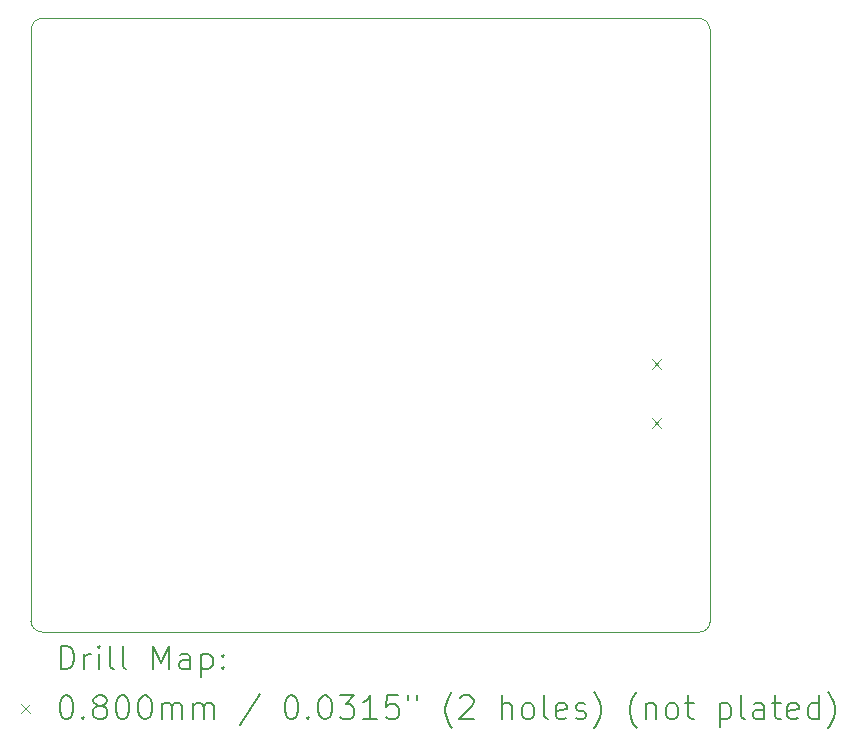
<source format=gbr>
%TF.GenerationSoftware,KiCad,Pcbnew,(6.0.8)*%
%TF.CreationDate,2022-10-27T20:00:06-05:00*%
%TF.ProjectId,STM32RFBoardPhil,53544d33-3252-4464-926f-617264506869,rev?*%
%TF.SameCoordinates,Original*%
%TF.FileFunction,Drillmap*%
%TF.FilePolarity,Positive*%
%FSLAX45Y45*%
G04 Gerber Fmt 4.5, Leading zero omitted, Abs format (unit mm)*
G04 Created by KiCad (PCBNEW (6.0.8)) date 2022-10-27 20:00:06*
%MOMM*%
%LPD*%
G01*
G04 APERTURE LIST*
%ADD10C,0.100000*%
%ADD11C,0.200000*%
%ADD12C,0.080000*%
G04 APERTURE END LIST*
D10*
X18370000Y-13650000D02*
X18366360Y-8633640D01*
X12709616Y-13735593D02*
X18280000Y-13740000D01*
X12713640Y-8543640D02*
G75*
G03*
X12623640Y-8633640I0J-90000D01*
G01*
X12623640Y-8633640D02*
X12619616Y-13645593D01*
X18366360Y-8633640D02*
G75*
G03*
X18276360Y-8543640I-90000J0D01*
G01*
X18280000Y-13740000D02*
G75*
G03*
X18370000Y-13650000I0J90000D01*
G01*
X12619617Y-13645593D02*
G75*
G03*
X12709616Y-13735593I90003J3D01*
G01*
X18276360Y-8543640D02*
X12713640Y-8543640D01*
D11*
D12*
X17874500Y-11430500D02*
X17954500Y-11510500D01*
X17954500Y-11430500D02*
X17874500Y-11510500D01*
X17874500Y-11930500D02*
X17954500Y-12010500D01*
X17954500Y-11930500D02*
X17874500Y-12010500D01*
D11*
X12872235Y-14055476D02*
X12872235Y-13855476D01*
X12919854Y-13855476D01*
X12948426Y-13865000D01*
X12967474Y-13884048D01*
X12976997Y-13903095D01*
X12986521Y-13941190D01*
X12986521Y-13969762D01*
X12976997Y-14007857D01*
X12967474Y-14026905D01*
X12948426Y-14045952D01*
X12919854Y-14055476D01*
X12872235Y-14055476D01*
X13072235Y-14055476D02*
X13072235Y-13922143D01*
X13072235Y-13960238D02*
X13081759Y-13941190D01*
X13091283Y-13931667D01*
X13110331Y-13922143D01*
X13129378Y-13922143D01*
X13196045Y-14055476D02*
X13196045Y-13922143D01*
X13196045Y-13855476D02*
X13186521Y-13865000D01*
X13196045Y-13874524D01*
X13205569Y-13865000D01*
X13196045Y-13855476D01*
X13196045Y-13874524D01*
X13319854Y-14055476D02*
X13300807Y-14045952D01*
X13291283Y-14026905D01*
X13291283Y-13855476D01*
X13424616Y-14055476D02*
X13405569Y-14045952D01*
X13396045Y-14026905D01*
X13396045Y-13855476D01*
X13653188Y-14055476D02*
X13653188Y-13855476D01*
X13719854Y-13998333D01*
X13786521Y-13855476D01*
X13786521Y-14055476D01*
X13967474Y-14055476D02*
X13967474Y-13950714D01*
X13957950Y-13931667D01*
X13938902Y-13922143D01*
X13900807Y-13922143D01*
X13881759Y-13931667D01*
X13967474Y-14045952D02*
X13948426Y-14055476D01*
X13900807Y-14055476D01*
X13881759Y-14045952D01*
X13872235Y-14026905D01*
X13872235Y-14007857D01*
X13881759Y-13988809D01*
X13900807Y-13979286D01*
X13948426Y-13979286D01*
X13967474Y-13969762D01*
X14062712Y-13922143D02*
X14062712Y-14122143D01*
X14062712Y-13931667D02*
X14081759Y-13922143D01*
X14119854Y-13922143D01*
X14138902Y-13931667D01*
X14148426Y-13941190D01*
X14157950Y-13960238D01*
X14157950Y-14017381D01*
X14148426Y-14036428D01*
X14138902Y-14045952D01*
X14119854Y-14055476D01*
X14081759Y-14055476D01*
X14062712Y-14045952D01*
X14243664Y-14036428D02*
X14253188Y-14045952D01*
X14243664Y-14055476D01*
X14234140Y-14045952D01*
X14243664Y-14036428D01*
X14243664Y-14055476D01*
X14243664Y-13931667D02*
X14253188Y-13941190D01*
X14243664Y-13950714D01*
X14234140Y-13941190D01*
X14243664Y-13931667D01*
X14243664Y-13950714D01*
D12*
X12534616Y-14345000D02*
X12614616Y-14425000D01*
X12614616Y-14345000D02*
X12534616Y-14425000D01*
D11*
X12910331Y-14275476D02*
X12929378Y-14275476D01*
X12948426Y-14285000D01*
X12957950Y-14294524D01*
X12967474Y-14313571D01*
X12976997Y-14351667D01*
X12976997Y-14399286D01*
X12967474Y-14437381D01*
X12957950Y-14456428D01*
X12948426Y-14465952D01*
X12929378Y-14475476D01*
X12910331Y-14475476D01*
X12891283Y-14465952D01*
X12881759Y-14456428D01*
X12872235Y-14437381D01*
X12862712Y-14399286D01*
X12862712Y-14351667D01*
X12872235Y-14313571D01*
X12881759Y-14294524D01*
X12891283Y-14285000D01*
X12910331Y-14275476D01*
X13062712Y-14456428D02*
X13072235Y-14465952D01*
X13062712Y-14475476D01*
X13053188Y-14465952D01*
X13062712Y-14456428D01*
X13062712Y-14475476D01*
X13186521Y-14361190D02*
X13167474Y-14351667D01*
X13157950Y-14342143D01*
X13148426Y-14323095D01*
X13148426Y-14313571D01*
X13157950Y-14294524D01*
X13167474Y-14285000D01*
X13186521Y-14275476D01*
X13224616Y-14275476D01*
X13243664Y-14285000D01*
X13253188Y-14294524D01*
X13262712Y-14313571D01*
X13262712Y-14323095D01*
X13253188Y-14342143D01*
X13243664Y-14351667D01*
X13224616Y-14361190D01*
X13186521Y-14361190D01*
X13167474Y-14370714D01*
X13157950Y-14380238D01*
X13148426Y-14399286D01*
X13148426Y-14437381D01*
X13157950Y-14456428D01*
X13167474Y-14465952D01*
X13186521Y-14475476D01*
X13224616Y-14475476D01*
X13243664Y-14465952D01*
X13253188Y-14456428D01*
X13262712Y-14437381D01*
X13262712Y-14399286D01*
X13253188Y-14380238D01*
X13243664Y-14370714D01*
X13224616Y-14361190D01*
X13386521Y-14275476D02*
X13405569Y-14275476D01*
X13424616Y-14285000D01*
X13434140Y-14294524D01*
X13443664Y-14313571D01*
X13453188Y-14351667D01*
X13453188Y-14399286D01*
X13443664Y-14437381D01*
X13434140Y-14456428D01*
X13424616Y-14465952D01*
X13405569Y-14475476D01*
X13386521Y-14475476D01*
X13367474Y-14465952D01*
X13357950Y-14456428D01*
X13348426Y-14437381D01*
X13338902Y-14399286D01*
X13338902Y-14351667D01*
X13348426Y-14313571D01*
X13357950Y-14294524D01*
X13367474Y-14285000D01*
X13386521Y-14275476D01*
X13576997Y-14275476D02*
X13596045Y-14275476D01*
X13615093Y-14285000D01*
X13624616Y-14294524D01*
X13634140Y-14313571D01*
X13643664Y-14351667D01*
X13643664Y-14399286D01*
X13634140Y-14437381D01*
X13624616Y-14456428D01*
X13615093Y-14465952D01*
X13596045Y-14475476D01*
X13576997Y-14475476D01*
X13557950Y-14465952D01*
X13548426Y-14456428D01*
X13538902Y-14437381D01*
X13529378Y-14399286D01*
X13529378Y-14351667D01*
X13538902Y-14313571D01*
X13548426Y-14294524D01*
X13557950Y-14285000D01*
X13576997Y-14275476D01*
X13729378Y-14475476D02*
X13729378Y-14342143D01*
X13729378Y-14361190D02*
X13738902Y-14351667D01*
X13757950Y-14342143D01*
X13786521Y-14342143D01*
X13805569Y-14351667D01*
X13815093Y-14370714D01*
X13815093Y-14475476D01*
X13815093Y-14370714D02*
X13824616Y-14351667D01*
X13843664Y-14342143D01*
X13872235Y-14342143D01*
X13891283Y-14351667D01*
X13900807Y-14370714D01*
X13900807Y-14475476D01*
X13996045Y-14475476D02*
X13996045Y-14342143D01*
X13996045Y-14361190D02*
X14005569Y-14351667D01*
X14024616Y-14342143D01*
X14053188Y-14342143D01*
X14072235Y-14351667D01*
X14081759Y-14370714D01*
X14081759Y-14475476D01*
X14081759Y-14370714D02*
X14091283Y-14351667D01*
X14110331Y-14342143D01*
X14138902Y-14342143D01*
X14157950Y-14351667D01*
X14167474Y-14370714D01*
X14167474Y-14475476D01*
X14557950Y-14265952D02*
X14386521Y-14523095D01*
X14815093Y-14275476D02*
X14834140Y-14275476D01*
X14853188Y-14285000D01*
X14862712Y-14294524D01*
X14872235Y-14313571D01*
X14881759Y-14351667D01*
X14881759Y-14399286D01*
X14872235Y-14437381D01*
X14862712Y-14456428D01*
X14853188Y-14465952D01*
X14834140Y-14475476D01*
X14815093Y-14475476D01*
X14796045Y-14465952D01*
X14786521Y-14456428D01*
X14776997Y-14437381D01*
X14767474Y-14399286D01*
X14767474Y-14351667D01*
X14776997Y-14313571D01*
X14786521Y-14294524D01*
X14796045Y-14285000D01*
X14815093Y-14275476D01*
X14967474Y-14456428D02*
X14976997Y-14465952D01*
X14967474Y-14475476D01*
X14957950Y-14465952D01*
X14967474Y-14456428D01*
X14967474Y-14475476D01*
X15100807Y-14275476D02*
X15119854Y-14275476D01*
X15138902Y-14285000D01*
X15148426Y-14294524D01*
X15157950Y-14313571D01*
X15167474Y-14351667D01*
X15167474Y-14399286D01*
X15157950Y-14437381D01*
X15148426Y-14456428D01*
X15138902Y-14465952D01*
X15119854Y-14475476D01*
X15100807Y-14475476D01*
X15081759Y-14465952D01*
X15072235Y-14456428D01*
X15062712Y-14437381D01*
X15053188Y-14399286D01*
X15053188Y-14351667D01*
X15062712Y-14313571D01*
X15072235Y-14294524D01*
X15081759Y-14285000D01*
X15100807Y-14275476D01*
X15234140Y-14275476D02*
X15357950Y-14275476D01*
X15291283Y-14351667D01*
X15319854Y-14351667D01*
X15338902Y-14361190D01*
X15348426Y-14370714D01*
X15357950Y-14389762D01*
X15357950Y-14437381D01*
X15348426Y-14456428D01*
X15338902Y-14465952D01*
X15319854Y-14475476D01*
X15262712Y-14475476D01*
X15243664Y-14465952D01*
X15234140Y-14456428D01*
X15548426Y-14475476D02*
X15434140Y-14475476D01*
X15491283Y-14475476D02*
X15491283Y-14275476D01*
X15472235Y-14304048D01*
X15453188Y-14323095D01*
X15434140Y-14332619D01*
X15729378Y-14275476D02*
X15634140Y-14275476D01*
X15624616Y-14370714D01*
X15634140Y-14361190D01*
X15653188Y-14351667D01*
X15700807Y-14351667D01*
X15719854Y-14361190D01*
X15729378Y-14370714D01*
X15738902Y-14389762D01*
X15738902Y-14437381D01*
X15729378Y-14456428D01*
X15719854Y-14465952D01*
X15700807Y-14475476D01*
X15653188Y-14475476D01*
X15634140Y-14465952D01*
X15624616Y-14456428D01*
X15815093Y-14275476D02*
X15815093Y-14313571D01*
X15891283Y-14275476D02*
X15891283Y-14313571D01*
X16186521Y-14551667D02*
X16176997Y-14542143D01*
X16157950Y-14513571D01*
X16148426Y-14494524D01*
X16138902Y-14465952D01*
X16129378Y-14418333D01*
X16129378Y-14380238D01*
X16138902Y-14332619D01*
X16148426Y-14304048D01*
X16157950Y-14285000D01*
X16176997Y-14256428D01*
X16186521Y-14246905D01*
X16253188Y-14294524D02*
X16262712Y-14285000D01*
X16281759Y-14275476D01*
X16329378Y-14275476D01*
X16348426Y-14285000D01*
X16357950Y-14294524D01*
X16367474Y-14313571D01*
X16367474Y-14332619D01*
X16357950Y-14361190D01*
X16243664Y-14475476D01*
X16367474Y-14475476D01*
X16605569Y-14475476D02*
X16605569Y-14275476D01*
X16691283Y-14475476D02*
X16691283Y-14370714D01*
X16681759Y-14351667D01*
X16662712Y-14342143D01*
X16634140Y-14342143D01*
X16615093Y-14351667D01*
X16605569Y-14361190D01*
X16815093Y-14475476D02*
X16796045Y-14465952D01*
X16786521Y-14456428D01*
X16776997Y-14437381D01*
X16776997Y-14380238D01*
X16786521Y-14361190D01*
X16796045Y-14351667D01*
X16815093Y-14342143D01*
X16843664Y-14342143D01*
X16862712Y-14351667D01*
X16872236Y-14361190D01*
X16881759Y-14380238D01*
X16881759Y-14437381D01*
X16872236Y-14456428D01*
X16862712Y-14465952D01*
X16843664Y-14475476D01*
X16815093Y-14475476D01*
X16996045Y-14475476D02*
X16976997Y-14465952D01*
X16967474Y-14446905D01*
X16967474Y-14275476D01*
X17148426Y-14465952D02*
X17129378Y-14475476D01*
X17091283Y-14475476D01*
X17072236Y-14465952D01*
X17062712Y-14446905D01*
X17062712Y-14370714D01*
X17072236Y-14351667D01*
X17091283Y-14342143D01*
X17129378Y-14342143D01*
X17148426Y-14351667D01*
X17157950Y-14370714D01*
X17157950Y-14389762D01*
X17062712Y-14408809D01*
X17234140Y-14465952D02*
X17253188Y-14475476D01*
X17291283Y-14475476D01*
X17310331Y-14465952D01*
X17319855Y-14446905D01*
X17319855Y-14437381D01*
X17310331Y-14418333D01*
X17291283Y-14408809D01*
X17262712Y-14408809D01*
X17243664Y-14399286D01*
X17234140Y-14380238D01*
X17234140Y-14370714D01*
X17243664Y-14351667D01*
X17262712Y-14342143D01*
X17291283Y-14342143D01*
X17310331Y-14351667D01*
X17386521Y-14551667D02*
X17396045Y-14542143D01*
X17415093Y-14513571D01*
X17424616Y-14494524D01*
X17434140Y-14465952D01*
X17443664Y-14418333D01*
X17443664Y-14380238D01*
X17434140Y-14332619D01*
X17424616Y-14304048D01*
X17415093Y-14285000D01*
X17396045Y-14256428D01*
X17386521Y-14246905D01*
X17748426Y-14551667D02*
X17738902Y-14542143D01*
X17719855Y-14513571D01*
X17710331Y-14494524D01*
X17700807Y-14465952D01*
X17691283Y-14418333D01*
X17691283Y-14380238D01*
X17700807Y-14332619D01*
X17710331Y-14304048D01*
X17719855Y-14285000D01*
X17738902Y-14256428D01*
X17748426Y-14246905D01*
X17824616Y-14342143D02*
X17824616Y-14475476D01*
X17824616Y-14361190D02*
X17834140Y-14351667D01*
X17853188Y-14342143D01*
X17881759Y-14342143D01*
X17900807Y-14351667D01*
X17910331Y-14370714D01*
X17910331Y-14475476D01*
X18034140Y-14475476D02*
X18015093Y-14465952D01*
X18005569Y-14456428D01*
X17996045Y-14437381D01*
X17996045Y-14380238D01*
X18005569Y-14361190D01*
X18015093Y-14351667D01*
X18034140Y-14342143D01*
X18062712Y-14342143D01*
X18081759Y-14351667D01*
X18091283Y-14361190D01*
X18100807Y-14380238D01*
X18100807Y-14437381D01*
X18091283Y-14456428D01*
X18081759Y-14465952D01*
X18062712Y-14475476D01*
X18034140Y-14475476D01*
X18157950Y-14342143D02*
X18234140Y-14342143D01*
X18186521Y-14275476D02*
X18186521Y-14446905D01*
X18196045Y-14465952D01*
X18215093Y-14475476D01*
X18234140Y-14475476D01*
X18453188Y-14342143D02*
X18453188Y-14542143D01*
X18453188Y-14351667D02*
X18472236Y-14342143D01*
X18510331Y-14342143D01*
X18529378Y-14351667D01*
X18538902Y-14361190D01*
X18548426Y-14380238D01*
X18548426Y-14437381D01*
X18538902Y-14456428D01*
X18529378Y-14465952D01*
X18510331Y-14475476D01*
X18472236Y-14475476D01*
X18453188Y-14465952D01*
X18662712Y-14475476D02*
X18643664Y-14465952D01*
X18634140Y-14446905D01*
X18634140Y-14275476D01*
X18824616Y-14475476D02*
X18824616Y-14370714D01*
X18815093Y-14351667D01*
X18796045Y-14342143D01*
X18757950Y-14342143D01*
X18738902Y-14351667D01*
X18824616Y-14465952D02*
X18805569Y-14475476D01*
X18757950Y-14475476D01*
X18738902Y-14465952D01*
X18729378Y-14446905D01*
X18729378Y-14427857D01*
X18738902Y-14408809D01*
X18757950Y-14399286D01*
X18805569Y-14399286D01*
X18824616Y-14389762D01*
X18891283Y-14342143D02*
X18967474Y-14342143D01*
X18919855Y-14275476D02*
X18919855Y-14446905D01*
X18929378Y-14465952D01*
X18948426Y-14475476D01*
X18967474Y-14475476D01*
X19110331Y-14465952D02*
X19091283Y-14475476D01*
X19053188Y-14475476D01*
X19034140Y-14465952D01*
X19024616Y-14446905D01*
X19024616Y-14370714D01*
X19034140Y-14351667D01*
X19053188Y-14342143D01*
X19091283Y-14342143D01*
X19110331Y-14351667D01*
X19119855Y-14370714D01*
X19119855Y-14389762D01*
X19024616Y-14408809D01*
X19291283Y-14475476D02*
X19291283Y-14275476D01*
X19291283Y-14465952D02*
X19272236Y-14475476D01*
X19234140Y-14475476D01*
X19215093Y-14465952D01*
X19205569Y-14456428D01*
X19196045Y-14437381D01*
X19196045Y-14380238D01*
X19205569Y-14361190D01*
X19215093Y-14351667D01*
X19234140Y-14342143D01*
X19272236Y-14342143D01*
X19291283Y-14351667D01*
X19367474Y-14551667D02*
X19376997Y-14542143D01*
X19396045Y-14513571D01*
X19405569Y-14494524D01*
X19415093Y-14465952D01*
X19424616Y-14418333D01*
X19424616Y-14380238D01*
X19415093Y-14332619D01*
X19405569Y-14304048D01*
X19396045Y-14285000D01*
X19376997Y-14256428D01*
X19367474Y-14246905D01*
M02*

</source>
